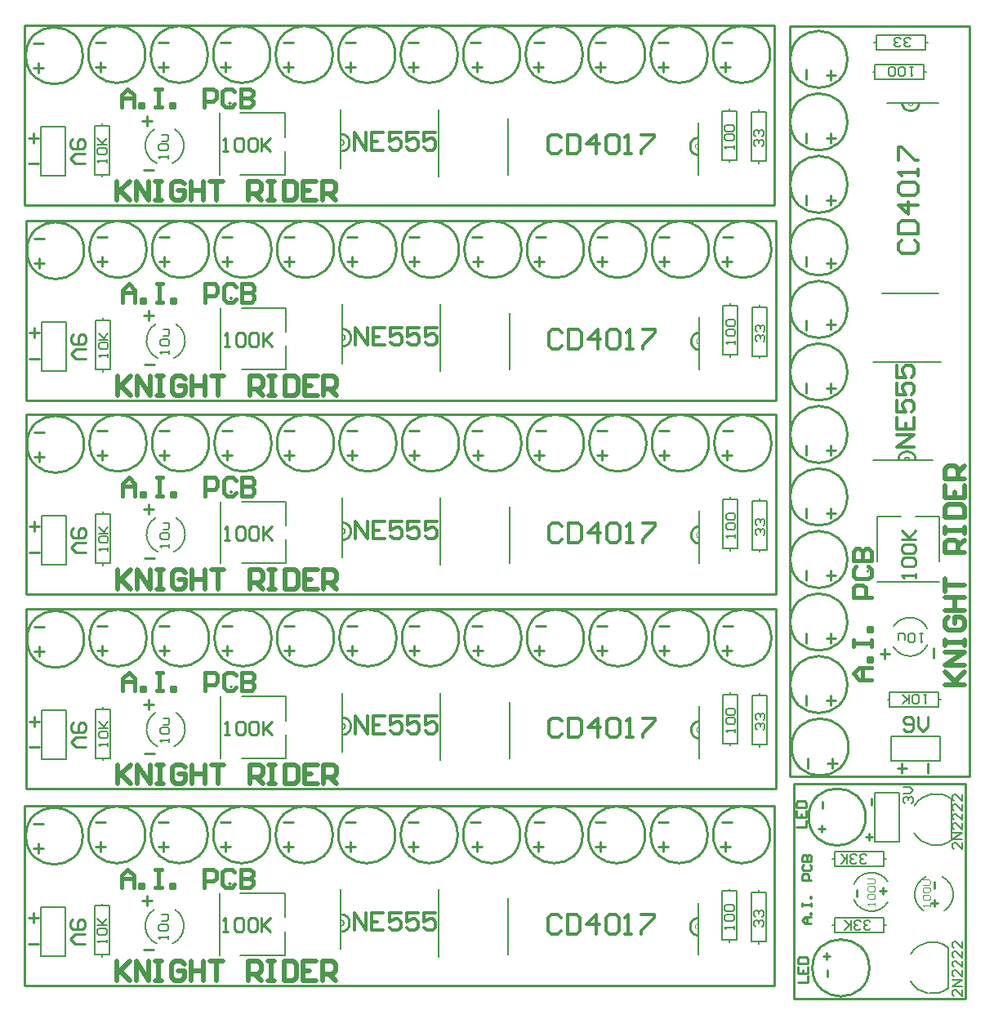
<source format=gto>
G04 Layer_Color=65535*
%FSLAX25Y25*%
%MOIN*%
G70*
G01*
G75*
%ADD29C,0.00787*%
%ADD30C,0.01000*%
%ADD31C,0.00800*%
%ADD32C,0.00600*%
%ADD33C,0.00000*%
%ADD34C,0.00500*%
%ADD35C,0.00394*%
%ADD36C,0.01181*%
%ADD37C,0.01575*%
%ADD38C,0.01968*%
D29*
X376732Y36797D02*
G03*
X375774Y50598I-4232J6640D01*
G01*
X369226D02*
G03*
X368268Y36797I3274J-7161D01*
G01*
X353640Y48669D02*
G03*
X339839Y47711I-6640J-4232D01*
G01*
Y41163D02*
G03*
X353640Y40205I7161J3274D01*
G01*
X345858Y175157D02*
G03*
X345858Y175157I-394J0D01*
G01*
X356018Y144268D02*
G03*
X369818Y145226I6640J4232D01*
G01*
Y151774D02*
G03*
X356018Y152732I-7161J-3274D01*
G01*
X86051Y128035D02*
G03*
X86051Y128035I-394J0D01*
G01*
X54768Y117482D02*
G03*
X55726Y103682I4232J-6640D01*
G01*
X62274D02*
G03*
X63232Y117482I-3274J7161D01*
G01*
X86051Y207535D02*
G03*
X86051Y207535I-394J0D01*
G01*
X54768Y196982D02*
G03*
X55726Y183182I4232J-6640D01*
G01*
X62274D02*
G03*
X63232Y196982I-3274J7161D01*
G01*
X86051Y286535D02*
G03*
X86051Y286535I-394J0D01*
G01*
X54768Y275982D02*
G03*
X55726Y262182I4232J-6640D01*
G01*
X62274D02*
G03*
X63232Y275982I-3274J7161D01*
G01*
X85551Y366035D02*
G03*
X85551Y366035I-394J0D01*
G01*
X54268Y355482D02*
G03*
X55226Y341682I4232J-6640D01*
G01*
X61774D02*
G03*
X62732Y355482I-3274J7161D01*
G01*
X54268Y37211D02*
G03*
X55226Y23410I4232J-6640D01*
G01*
X61774D02*
G03*
X62732Y37211I-3274J7161D01*
G01*
X85551Y47764D02*
G03*
X85551Y47764I-394J0D01*
G01*
X348500Y64937D02*
Y84937D01*
Y64937D02*
X358500D01*
Y84937D01*
X348500D02*
X358500D01*
X331100Y30937D02*
X332000D01*
X352000D02*
X352900D01*
X332000D02*
Y33937D01*
X352000D01*
Y27937D02*
Y33937D01*
X332000Y27937D02*
X352000D01*
X332000D02*
Y30937D01*
X331100Y57937D02*
X332000D01*
X352000D02*
X352900D01*
X332000D02*
Y60937D01*
X352000D01*
Y54937D02*
Y60937D01*
X332000Y54937D02*
X352000D01*
X332000D02*
Y57937D01*
X355000Y108000D02*
X375000D01*
X355000Y98000D02*
Y108000D01*
Y98000D02*
X375000D01*
Y108000D01*
X347600Y379000D02*
X348500D01*
X368500D02*
X369400D01*
X348500D02*
Y382000D01*
X368500D01*
Y376000D02*
Y382000D01*
X348500Y376000D02*
X368500D01*
X348500D02*
Y379000D01*
X348100Y391000D02*
X349000D01*
X369000D02*
X369900D01*
X349000D02*
Y394000D01*
X369000D01*
Y388000D02*
Y394000D01*
X349000Y388000D02*
X369000D01*
X349000D02*
Y391000D01*
X353600Y123000D02*
X354500D01*
X374500D02*
X375400D01*
X354500D02*
Y126000D01*
X374500D01*
Y120000D02*
Y126000D01*
X354500Y120000D02*
X374500D01*
X354500D02*
Y123000D01*
X18500Y98500D02*
Y118500D01*
X8500D02*
X18500D01*
X8500Y98500D02*
Y118500D01*
Y98500D02*
X18500D01*
X289500Y125000D02*
Y125900D01*
Y104100D02*
Y105000D01*
Y125000D02*
X292500D01*
Y105000D02*
Y125000D01*
X286500Y105000D02*
X292500D01*
X286500D02*
Y125000D01*
X289500D01*
X301500Y124500D02*
Y125400D01*
Y103600D02*
Y104500D01*
Y124500D02*
X304500D01*
Y104500D02*
Y124500D01*
X298500Y104500D02*
X304500D01*
X298500D02*
Y124500D01*
X301500D01*
X33500Y119000D02*
Y119900D01*
Y98100D02*
Y99000D01*
Y119000D02*
X36500D01*
Y99000D02*
Y119000D01*
X30500Y99000D02*
X36500D01*
X30500D02*
Y119000D01*
X33500D01*
X18500Y178000D02*
Y198000D01*
X8500D02*
X18500D01*
X8500Y178000D02*
Y198000D01*
Y178000D02*
X18500D01*
X289500Y204500D02*
Y205400D01*
Y183600D02*
Y184500D01*
Y204500D02*
X292500D01*
Y184500D02*
Y204500D01*
X286500Y184500D02*
X292500D01*
X286500D02*
Y204500D01*
X289500D01*
X301500Y204000D02*
Y204900D01*
Y183100D02*
Y184000D01*
Y204000D02*
X304500D01*
Y184000D02*
Y204000D01*
X298500Y184000D02*
X304500D01*
X298500D02*
Y204000D01*
X301500D01*
X33500Y198500D02*
Y199400D01*
Y177600D02*
Y178500D01*
Y198500D02*
X36500D01*
Y178500D02*
Y198500D01*
X30500Y178500D02*
X36500D01*
X30500D02*
Y198500D01*
X33500D01*
X18500Y257000D02*
Y277000D01*
X8500D02*
X18500D01*
X8500Y257000D02*
Y277000D01*
Y257000D02*
X18500D01*
X289500Y283500D02*
Y284400D01*
Y262600D02*
Y263500D01*
Y283500D02*
X292500D01*
Y263500D02*
Y283500D01*
X286500Y263500D02*
X292500D01*
X286500D02*
Y283500D01*
X289500D01*
X301500Y283000D02*
Y283900D01*
Y262100D02*
Y263000D01*
Y283000D02*
X304500D01*
Y263000D02*
Y283000D01*
X298500Y263000D02*
X304500D01*
X298500D02*
Y283000D01*
X301500D01*
X33500Y277500D02*
Y278400D01*
Y256600D02*
Y257500D01*
Y277500D02*
X36500D01*
Y257500D02*
Y277500D01*
X30500Y257500D02*
X36500D01*
X30500D02*
Y277500D01*
X33500D01*
X18000Y336500D02*
Y356500D01*
X8000D02*
X18000D01*
X8000Y336500D02*
Y356500D01*
Y336500D02*
X18000D01*
X289000Y363000D02*
Y363900D01*
Y342100D02*
Y343000D01*
Y363000D02*
X292000D01*
Y343000D02*
Y363000D01*
X286000Y343000D02*
X292000D01*
X286000D02*
Y363000D01*
X289000D01*
X301000Y362500D02*
Y363400D01*
Y341600D02*
Y342500D01*
Y362500D02*
X304000D01*
Y342500D02*
Y362500D01*
X298000Y342500D02*
X304000D01*
X298000D02*
Y362500D01*
X301000D01*
X33000Y357000D02*
Y357900D01*
Y336100D02*
Y337000D01*
Y357000D02*
X36000D01*
Y337000D02*
Y357000D01*
X30000Y337000D02*
X36000D01*
X30000D02*
Y357000D01*
X33000D01*
X18000Y18228D02*
Y38228D01*
X8000D02*
X18000D01*
X8000Y18228D02*
Y38228D01*
Y18228D02*
X18000D01*
X33000Y38728D02*
Y39628D01*
Y17828D02*
Y18728D01*
Y38728D02*
X36000D01*
Y18728D02*
Y38728D01*
X30000Y18728D02*
X36000D01*
X30000D02*
Y38728D01*
X33000D01*
X289000Y44728D02*
Y45628D01*
Y23828D02*
Y24728D01*
Y44728D02*
X292000D01*
Y24728D02*
Y44728D01*
X286000Y24728D02*
X292000D01*
X286000D02*
Y44728D01*
X289000D01*
X301000Y44228D02*
Y45128D01*
Y23328D02*
Y24228D01*
Y44228D02*
X304000D01*
Y24228D02*
Y44228D01*
X298000Y24228D02*
X304000D01*
X298000D02*
Y44228D01*
X301000D01*
X360657Y80500D02*
X360001Y81156D01*
Y82468D01*
X360657Y83124D01*
X361313D01*
X361969Y82468D01*
Y81812D01*
Y82468D01*
X362625Y83124D01*
X363281D01*
X363937Y82468D01*
Y81156D01*
X363281Y80500D01*
X360001Y84436D02*
X362625D01*
X363937Y85748D01*
X362625Y87060D01*
X360001D01*
X346500Y29657D02*
X345844Y29001D01*
X344532D01*
X343876Y29657D01*
Y30313D01*
X344532Y30969D01*
X345188D01*
X344532D01*
X343876Y31625D01*
Y32281D01*
X344532Y32937D01*
X345844D01*
X346500Y32281D01*
X342564Y29657D02*
X341908Y29001D01*
X340596D01*
X339940Y29657D01*
Y30313D01*
X340596Y30969D01*
X341252D01*
X340596D01*
X339940Y31625D01*
Y32281D01*
X340596Y32937D01*
X341908D01*
X342564Y32281D01*
X338629Y29001D02*
Y32937D01*
Y31625D01*
X336005Y29001D01*
X337973Y30969D01*
X336005Y32937D01*
X345000Y56657D02*
X344344Y56001D01*
X343032D01*
X342376Y56657D01*
Y57313D01*
X343032Y57969D01*
X343688D01*
X343032D01*
X342376Y58625D01*
Y59281D01*
X343032Y59937D01*
X344344D01*
X345000Y59281D01*
X341064Y56657D02*
X340408Y56001D01*
X339096D01*
X338440Y56657D01*
Y57313D01*
X339096Y57969D01*
X339752D01*
X339096D01*
X338440Y58625D01*
Y59281D01*
X339096Y59937D01*
X340408D01*
X341064Y59281D01*
X337128Y56001D02*
Y59937D01*
Y58625D01*
X334505Y56001D01*
X336473Y57969D01*
X334505Y59937D01*
X384000Y4561D02*
Y1937D01*
X381376Y4561D01*
X380720D01*
X380064Y3905D01*
Y2593D01*
X380720Y1937D01*
X384000Y5873D02*
X380064D01*
X384000Y8497D01*
X380064D01*
X384000Y12432D02*
Y9809D01*
X381376Y12432D01*
X380720D01*
X380064Y11776D01*
Y10464D01*
X380720Y9809D01*
X384000Y16368D02*
Y13744D01*
X381376Y16368D01*
X380720D01*
X380064Y15712D01*
Y14400D01*
X380720Y13744D01*
X384000Y20304D02*
Y17680D01*
X381376Y20304D01*
X380720D01*
X380064Y19648D01*
Y18336D01*
X380720Y17680D01*
X384000Y24239D02*
Y21616D01*
X381376Y24239D01*
X380720D01*
X380064Y23584D01*
Y22272D01*
X380720Y21616D01*
X384000Y64561D02*
Y61937D01*
X381376Y64561D01*
X380720D01*
X380064Y63905D01*
Y62593D01*
X380720Y61937D01*
X384000Y65873D02*
X380064D01*
X384000Y68497D01*
X380064D01*
X384000Y72432D02*
Y69809D01*
X381376Y72432D01*
X380720D01*
X380064Y71776D01*
Y70464D01*
X380720Y69809D01*
X384000Y76368D02*
Y73744D01*
X381376Y76368D01*
X380720D01*
X380064Y75712D01*
Y74400D01*
X380720Y73744D01*
X384000Y80304D02*
Y77680D01*
X381376Y80304D01*
X380720D01*
X380064Y79648D01*
Y78336D01*
X380720Y77680D01*
X384000Y84240D02*
Y81616D01*
X381376Y84240D01*
X380720D01*
X380064Y83584D01*
Y82272D01*
X380720Y81616D01*
X364000Y381000D02*
X362688D01*
X363344D01*
Y377064D01*
X364000Y377720D01*
X360720D02*
X360064Y377064D01*
X358752D01*
X358096Y377720D01*
Y380344D01*
X358752Y381000D01*
X360064D01*
X360720Y380344D01*
Y377720D01*
X356785D02*
X356129Y377064D01*
X354817D01*
X354161Y377720D01*
Y380344D01*
X354817Y381000D01*
X356129D01*
X356785Y380344D01*
Y377720D01*
X368000Y150000D02*
X366688D01*
X367344D01*
Y146064D01*
X368000Y146720D01*
X364720D02*
X364064Y146064D01*
X362752D01*
X362096Y146720D01*
Y149344D01*
X362752Y150000D01*
X364064D01*
X364720Y149344D01*
Y146720D01*
X360785Y147376D02*
Y149344D01*
X360128Y150000D01*
X358161D01*
Y147376D01*
X363000Y389720D02*
X362344Y389064D01*
X361032D01*
X360376Y389720D01*
Y390376D01*
X361032Y391032D01*
X361688D01*
X361032D01*
X360376Y391688D01*
Y392344D01*
X361032Y393000D01*
X362344D01*
X363000Y392344D01*
X359064Y389720D02*
X358408Y389064D01*
X357096D01*
X356440Y389720D01*
Y390376D01*
X357096Y391032D01*
X357752D01*
X357096D01*
X356440Y391688D01*
Y392344D01*
X357096Y393000D01*
X358408D01*
X359064Y392344D01*
X369500Y125000D02*
X368188D01*
X368844D01*
Y121064D01*
X369500Y121720D01*
X366220D02*
X365564Y121064D01*
X364252D01*
X363596Y121720D01*
Y124344D01*
X364252Y125000D01*
X365564D01*
X366220Y124344D01*
Y121720D01*
X362284Y121064D02*
Y125000D01*
Y123688D01*
X359661Y121064D01*
X361629Y123032D01*
X359661Y125000D01*
X291500Y109500D02*
Y110812D01*
Y110156D01*
X287564D01*
X288220Y109500D01*
Y112780D02*
X287564Y113436D01*
Y114748D01*
X288220Y115404D01*
X290844D01*
X291500Y114748D01*
Y113436D01*
X290844Y112780D01*
X288220D01*
Y116716D02*
X287564Y117371D01*
Y118683D01*
X288220Y119339D01*
X290844D01*
X291500Y118683D01*
Y117371D01*
X290844Y116716D01*
X288220D01*
X60500Y105500D02*
Y106812D01*
Y106156D01*
X56564D01*
X57220Y105500D01*
Y108780D02*
X56564Y109436D01*
Y110748D01*
X57220Y111404D01*
X59844D01*
X60500Y110748D01*
Y109436D01*
X59844Y108780D01*
X57220D01*
X57876Y112715D02*
X59844D01*
X60500Y113372D01*
Y115339D01*
X57876D01*
X300220Y110500D02*
X299564Y111156D01*
Y112468D01*
X300220Y113124D01*
X300876D01*
X301532Y112468D01*
Y111812D01*
Y112468D01*
X302188Y113124D01*
X302844D01*
X303500Y112468D01*
Y111156D01*
X302844Y110500D01*
X300220Y114436D02*
X299564Y115092D01*
Y116404D01*
X300220Y117060D01*
X300876D01*
X301532Y116404D01*
Y115748D01*
Y116404D01*
X302188Y117060D01*
X302844D01*
X303500Y116404D01*
Y115092D01*
X302844Y114436D01*
X35500Y104000D02*
Y105312D01*
Y104656D01*
X31564D01*
X32220Y104000D01*
Y107280D02*
X31564Y107936D01*
Y109248D01*
X32220Y109904D01*
X34844D01*
X35500Y109248D01*
Y107936D01*
X34844Y107280D01*
X32220D01*
X31564Y111215D02*
X35500D01*
X34188D01*
X31564Y113839D01*
X33532Y111872D01*
X35500Y113839D01*
X291500Y189000D02*
Y190312D01*
Y189656D01*
X287564D01*
X288220Y189000D01*
Y192280D02*
X287564Y192936D01*
Y194248D01*
X288220Y194904D01*
X290844D01*
X291500Y194248D01*
Y192936D01*
X290844Y192280D01*
X288220D01*
Y196215D02*
X287564Y196871D01*
Y198183D01*
X288220Y198839D01*
X290844D01*
X291500Y198183D01*
Y196871D01*
X290844Y196215D01*
X288220D01*
X60500Y185000D02*
Y186312D01*
Y185656D01*
X56564D01*
X57220Y185000D01*
Y188280D02*
X56564Y188936D01*
Y190248D01*
X57220Y190904D01*
X59844D01*
X60500Y190248D01*
Y188936D01*
X59844Y188280D01*
X57220D01*
X57876Y192216D02*
X59844D01*
X60500Y192871D01*
Y194839D01*
X57876D01*
X300220Y190000D02*
X299564Y190656D01*
Y191968D01*
X300220Y192624D01*
X300876D01*
X301532Y191968D01*
Y191312D01*
Y191968D01*
X302188Y192624D01*
X302844D01*
X303500Y191968D01*
Y190656D01*
X302844Y190000D01*
X300220Y193936D02*
X299564Y194592D01*
Y195904D01*
X300220Y196560D01*
X300876D01*
X301532Y195904D01*
Y195248D01*
Y195904D01*
X302188Y196560D01*
X302844D01*
X303500Y195904D01*
Y194592D01*
X302844Y193936D01*
X35500Y183500D02*
Y184812D01*
Y184156D01*
X31564D01*
X32220Y183500D01*
Y186780D02*
X31564Y187436D01*
Y188748D01*
X32220Y189404D01*
X34844D01*
X35500Y188748D01*
Y187436D01*
X34844Y186780D01*
X32220D01*
X31564Y190716D02*
X35500D01*
X34188D01*
X31564Y193339D01*
X33532Y191372D01*
X35500Y193339D01*
X291500Y268000D02*
Y269312D01*
Y268656D01*
X287564D01*
X288220Y268000D01*
Y271280D02*
X287564Y271936D01*
Y273248D01*
X288220Y273904D01*
X290844D01*
X291500Y273248D01*
Y271936D01*
X290844Y271280D01*
X288220D01*
Y275216D02*
X287564Y275871D01*
Y277183D01*
X288220Y277839D01*
X290844D01*
X291500Y277183D01*
Y275871D01*
X290844Y275216D01*
X288220D01*
X60500Y264000D02*
Y265312D01*
Y264656D01*
X56564D01*
X57220Y264000D01*
Y267280D02*
X56564Y267936D01*
Y269248D01*
X57220Y269904D01*
X59844D01*
X60500Y269248D01*
Y267936D01*
X59844Y267280D01*
X57220D01*
X57876Y271216D02*
X59844D01*
X60500Y271871D01*
Y273839D01*
X57876D01*
X300220Y269000D02*
X299564Y269656D01*
Y270968D01*
X300220Y271624D01*
X300876D01*
X301532Y270968D01*
Y270312D01*
Y270968D01*
X302188Y271624D01*
X302844D01*
X303500Y270968D01*
Y269656D01*
X302844Y269000D01*
X300220Y272936D02*
X299564Y273592D01*
Y274904D01*
X300220Y275560D01*
X300876D01*
X301532Y274904D01*
Y274248D01*
Y274904D01*
X302188Y275560D01*
X302844D01*
X303500Y274904D01*
Y273592D01*
X302844Y272936D01*
X35500Y262500D02*
Y263812D01*
Y263156D01*
X31564D01*
X32220Y262500D01*
Y265780D02*
X31564Y266436D01*
Y267748D01*
X32220Y268404D01*
X34844D01*
X35500Y267748D01*
Y266436D01*
X34844Y265780D01*
X32220D01*
X31564Y269715D02*
X35500D01*
X34188D01*
X31564Y272339D01*
X33532Y270372D01*
X35500Y272339D01*
X291000Y347500D02*
Y348812D01*
Y348156D01*
X287064D01*
X287720Y347500D01*
Y350780D02*
X287064Y351436D01*
Y352748D01*
X287720Y353404D01*
X290344D01*
X291000Y352748D01*
Y351436D01*
X290344Y350780D01*
X287720D01*
Y354715D02*
X287064Y355371D01*
Y356683D01*
X287720Y357339D01*
X290344D01*
X291000Y356683D01*
Y355371D01*
X290344Y354715D01*
X287720D01*
X60000Y343500D02*
Y344812D01*
Y344156D01*
X56064D01*
X56720Y343500D01*
Y346780D02*
X56064Y347436D01*
Y348748D01*
X56720Y349404D01*
X59344D01*
X60000Y348748D01*
Y347436D01*
X59344Y346780D01*
X56720D01*
X57376Y350715D02*
X59344D01*
X60000Y351372D01*
Y353339D01*
X57376D01*
X299720Y348500D02*
X299064Y349156D01*
Y350468D01*
X299720Y351124D01*
X300376D01*
X301032Y350468D01*
Y349812D01*
Y350468D01*
X301688Y351124D01*
X302344D01*
X303000Y350468D01*
Y349156D01*
X302344Y348500D01*
X299720Y352436D02*
X299064Y353092D01*
Y354404D01*
X299720Y355060D01*
X300376D01*
X301032Y354404D01*
Y353748D01*
Y354404D01*
X301688Y355060D01*
X302344D01*
X303000Y354404D01*
Y353092D01*
X302344Y352436D01*
X35000Y342000D02*
Y343312D01*
Y342656D01*
X31064D01*
X31720Y342000D01*
Y345280D02*
X31064Y345936D01*
Y347248D01*
X31720Y347904D01*
X34344D01*
X35000Y347248D01*
Y345936D01*
X34344Y345280D01*
X31720D01*
X31064Y349216D02*
X35000D01*
X33688D01*
X31064Y351839D01*
X33032Y349871D01*
X35000Y351839D01*
Y23728D02*
Y25040D01*
Y24384D01*
X31064D01*
X31720Y23728D01*
Y27008D02*
X31064Y27664D01*
Y28976D01*
X31720Y29632D01*
X34344D01*
X35000Y28976D01*
Y27664D01*
X34344Y27008D01*
X31720D01*
X31064Y30944D02*
X35000D01*
X33688D01*
X31064Y33568D01*
X33032Y31600D01*
X35000Y33568D01*
X299720Y30228D02*
X299064Y30884D01*
Y32196D01*
X299720Y32852D01*
X300376D01*
X301032Y32196D01*
Y31540D01*
Y32196D01*
X301688Y32852D01*
X302344D01*
X303000Y32196D01*
Y30884D01*
X302344Y30228D01*
X299720Y34164D02*
X299064Y34820D01*
Y36132D01*
X299720Y36788D01*
X300376D01*
X301032Y36132D01*
Y35476D01*
Y36132D01*
X301688Y36788D01*
X302344D01*
X303000Y36132D01*
Y34820D01*
X302344Y34164D01*
X60000Y25228D02*
Y26540D01*
Y25884D01*
X56064D01*
X56720Y25228D01*
Y28508D02*
X56064Y29164D01*
Y30476D01*
X56720Y31132D01*
X59344D01*
X60000Y30476D01*
Y29164D01*
X59344Y28508D01*
X56720D01*
X57376Y32444D02*
X59344D01*
X60000Y33100D01*
Y35068D01*
X57376D01*
X291000Y29228D02*
Y30540D01*
Y29884D01*
X287064D01*
X287720Y29228D01*
Y32508D02*
X287064Y33164D01*
Y34476D01*
X287720Y35132D01*
X290344D01*
X291000Y34476D01*
Y33164D01*
X290344Y32508D01*
X287720D01*
Y36444D02*
X287064Y37100D01*
Y38412D01*
X287720Y39068D01*
X290344D01*
X291000Y38412D01*
Y37100D01*
X290344Y36444D01*
X287720D01*
D30*
X346114Y13437D02*
G03*
X346114Y13437I-11614J0D01*
G01*
X344614Y74937D02*
G03*
X344614Y74937I-11614J0D01*
G01*
X337114Y384000D02*
G03*
X337114Y384000I-11614J0D01*
G01*
Y358500D02*
G03*
X337114Y358500I-11614J0D01*
G01*
Y333000D02*
G03*
X337114Y333000I-11614J0D01*
G01*
Y307500D02*
G03*
X337114Y307500I-11614J0D01*
G01*
Y282000D02*
G03*
X337114Y282000I-11614J0D01*
G01*
Y256500D02*
G03*
X337114Y256500I-11614J0D01*
G01*
Y231000D02*
G03*
X337114Y231000I-11614J0D01*
G01*
Y205500D02*
G03*
X337114Y205500I-11614J0D01*
G01*
Y180000D02*
G03*
X337114Y180000I-11614J0D01*
G01*
Y154500D02*
G03*
X337114Y154500I-11614J0D01*
G01*
Y129000D02*
G03*
X337114Y129000I-11614J0D01*
G01*
X337614Y103500D02*
G03*
X337614Y103500I-11614J0D01*
G01*
X365000Y221000D02*
G03*
X361500Y224000I-3250J-250D01*
G01*
D02*
G03*
X358000Y221000I-250J-3250D01*
G01*
X363000Y363000D02*
G03*
X366500Y366000I250J3250D01*
G01*
X359500D02*
G03*
X363000Y363000I3250J250D01*
G01*
X306114Y148000D02*
G03*
X306114Y148000I-11614J0D01*
G01*
X280614D02*
G03*
X280614Y148000I-11614J0D01*
G01*
X255114D02*
G03*
X255114Y148000I-11614J0D01*
G01*
X229614D02*
G03*
X229614Y148000I-11614J0D01*
G01*
X204114D02*
G03*
X204114Y148000I-11614J0D01*
G01*
X178614D02*
G03*
X178614Y148000I-11614J0D01*
G01*
X153114D02*
G03*
X153114Y148000I-11614J0D01*
G01*
X127614D02*
G03*
X127614Y148000I-11614J0D01*
G01*
X102114D02*
G03*
X102114Y148000I-11614J0D01*
G01*
X76614D02*
G03*
X76614Y148000I-11614J0D01*
G01*
X51114D02*
G03*
X51114Y148000I-11614J0D01*
G01*
X25614Y147500D02*
G03*
X25614Y147500I-11614J0D01*
G01*
X131500Y108500D02*
G03*
X134500Y112000I-250J3250D01*
G01*
D02*
G03*
X131500Y115500I-3250J250D01*
G01*
X273500Y110500D02*
G03*
X276500Y107000I3250J-250D01*
G01*
Y114000D02*
G03*
X273500Y110500I250J-3250D01*
G01*
X306114Y227500D02*
G03*
X306114Y227500I-11614J0D01*
G01*
X280614D02*
G03*
X280614Y227500I-11614J0D01*
G01*
X255114D02*
G03*
X255114Y227500I-11614J0D01*
G01*
X229614D02*
G03*
X229614Y227500I-11614J0D01*
G01*
X204114D02*
G03*
X204114Y227500I-11614J0D01*
G01*
X178614D02*
G03*
X178614Y227500I-11614J0D01*
G01*
X153114D02*
G03*
X153114Y227500I-11614J0D01*
G01*
X127614D02*
G03*
X127614Y227500I-11614J0D01*
G01*
X102114D02*
G03*
X102114Y227500I-11614J0D01*
G01*
X76614D02*
G03*
X76614Y227500I-11614J0D01*
G01*
X51114D02*
G03*
X51114Y227500I-11614J0D01*
G01*
X25614Y227000D02*
G03*
X25614Y227000I-11614J0D01*
G01*
X131500Y188000D02*
G03*
X134500Y191500I-250J3250D01*
G01*
D02*
G03*
X131500Y195000I-3250J250D01*
G01*
X273500Y190000D02*
G03*
X276500Y186500I3250J-250D01*
G01*
Y193500D02*
G03*
X273500Y190000I250J-3250D01*
G01*
X306114Y306500D02*
G03*
X306114Y306500I-11614J0D01*
G01*
X280614D02*
G03*
X280614Y306500I-11614J0D01*
G01*
X255114D02*
G03*
X255114Y306500I-11614J0D01*
G01*
X229614D02*
G03*
X229614Y306500I-11614J0D01*
G01*
X204114D02*
G03*
X204114Y306500I-11614J0D01*
G01*
X178614D02*
G03*
X178614Y306500I-11614J0D01*
G01*
X153114D02*
G03*
X153114Y306500I-11614J0D01*
G01*
X127614D02*
G03*
X127614Y306500I-11614J0D01*
G01*
X102114D02*
G03*
X102114Y306500I-11614J0D01*
G01*
X76614D02*
G03*
X76614Y306500I-11614J0D01*
G01*
X51114D02*
G03*
X51114Y306500I-11614J0D01*
G01*
X25614Y306000D02*
G03*
X25614Y306000I-11614J0D01*
G01*
X131500Y267000D02*
G03*
X134500Y270500I-250J3250D01*
G01*
D02*
G03*
X131500Y274000I-3250J250D01*
G01*
X273500Y269000D02*
G03*
X276500Y265500I3250J-250D01*
G01*
Y272500D02*
G03*
X273500Y269000I250J-3250D01*
G01*
X305614Y386000D02*
G03*
X305614Y386000I-11614J0D01*
G01*
X280114D02*
G03*
X280114Y386000I-11614J0D01*
G01*
X254614D02*
G03*
X254614Y386000I-11614J0D01*
G01*
X229114D02*
G03*
X229114Y386000I-11614J0D01*
G01*
X203614D02*
G03*
X203614Y386000I-11614J0D01*
G01*
X178114D02*
G03*
X178114Y386000I-11614J0D01*
G01*
X152614D02*
G03*
X152614Y386000I-11614J0D01*
G01*
X127114D02*
G03*
X127114Y386000I-11614J0D01*
G01*
X101614D02*
G03*
X101614Y386000I-11614J0D01*
G01*
X76114D02*
G03*
X76114Y386000I-11614J0D01*
G01*
X50614D02*
G03*
X50614Y386000I-11614J0D01*
G01*
X25114Y385500D02*
G03*
X25114Y385500I-11614J0D01*
G01*
X131000Y346500D02*
G03*
X134000Y350000I-250J3250D01*
G01*
D02*
G03*
X131000Y353500I-3250J250D01*
G01*
X273000Y348500D02*
G03*
X276000Y345000I3250J-250D01*
G01*
Y352000D02*
G03*
X273000Y348500I250J-3250D01*
G01*
X276000Y33728D02*
G03*
X273000Y30228I250J-3250D01*
G01*
D02*
G03*
X276000Y26728I3250J-250D01*
G01*
X134000Y31728D02*
G03*
X131000Y35228I-3250J250D01*
G01*
Y28228D02*
G03*
X134000Y31728I-250J3250D01*
G01*
X305614Y67728D02*
G03*
X305614Y67728I-11614J0D01*
G01*
X280114D02*
G03*
X280114Y67728I-11614J0D01*
G01*
X254614D02*
G03*
X254614Y67728I-11614J0D01*
G01*
X229114D02*
G03*
X229114Y67728I-11614J0D01*
G01*
X203614D02*
G03*
X203614Y67728I-11614J0D01*
G01*
X178114D02*
G03*
X178114Y67728I-11614J0D01*
G01*
X152614D02*
G03*
X152614Y67728I-11614J0D01*
G01*
X127114D02*
G03*
X127114Y67728I-11614J0D01*
G01*
X101614D02*
G03*
X101614Y67728I-11614J0D01*
G01*
X76114D02*
G03*
X76114Y67728I-11614J0D01*
G01*
X50614D02*
G03*
X50614Y67728I-11614J0D01*
G01*
X25114Y67228D02*
G03*
X25114Y67228I-11614J0D01*
G01*
X315437Y1000D02*
X385500D01*
X315437D02*
Y88500D01*
X385500D01*
Y1000D02*
Y88500D01*
X387000Y91500D02*
Y92500D01*
Y397500D01*
X313728D02*
X387000D01*
X313728Y91500D02*
Y397500D01*
Y91500D02*
X387000D01*
X2000Y86500D02*
X3000D01*
X308000D01*
Y159772D01*
X2000D02*
X308000D01*
X2000Y86500D02*
Y159772D01*
Y166000D02*
X3000D01*
X308000D01*
Y239272D01*
X2000D02*
X308000D01*
X2000Y166000D02*
Y239272D01*
Y245000D02*
X3000D01*
X308000D01*
Y318272D01*
X2000D02*
X308000D01*
X2000Y245000D02*
Y318272D01*
X1500Y324500D02*
X2500D01*
X307500D01*
Y397772D01*
X1500D02*
X307500D01*
X1500Y324500D02*
Y397772D01*
Y6228D02*
Y79500D01*
X307500D01*
Y6228D02*
Y79500D01*
X2500Y6228D02*
X307500D01*
X1500D02*
X2500D01*
X328532Y16937D02*
Y19561D01*
X327220Y18249D02*
X329844D01*
X322500Y31437D02*
X319876D01*
X318564Y32749D01*
X319876Y34061D01*
X322500D01*
X320532D01*
Y31437D01*
X322500Y35373D02*
X321844D01*
Y36029D01*
X322500D01*
Y35373D01*
X318564Y38653D02*
Y39964D01*
Y39309D01*
X322500D01*
Y38653D01*
Y39964D01*
Y41932D02*
X321844D01*
Y42588D01*
X322500D01*
Y41932D01*
Y49148D02*
X318564D01*
Y51116D01*
X319220Y51772D01*
X320532D01*
X321188Y51116D01*
Y49148D01*
X319220Y55707D02*
X318564Y55051D01*
Y53740D01*
X319220Y53084D01*
X321844D01*
X322500Y53740D01*
Y55051D01*
X321844Y55707D01*
X318564Y57019D02*
X322500D01*
Y58987D01*
X321844Y59643D01*
X321188D01*
X320532Y58987D01*
Y57019D01*
Y58987D01*
X319876Y59643D01*
X319220D01*
X318564Y58987D01*
Y57019D01*
X329032Y9937D02*
Y12561D01*
X326532Y68937D02*
Y71561D01*
X325220Y70249D02*
X327844D01*
X327032Y78437D02*
Y81061D01*
X351532Y43437D02*
Y46061D01*
X350220Y44749D02*
X352844D01*
X372532Y38437D02*
Y41061D01*
X371220Y39749D02*
X373844D01*
X346032Y65437D02*
Y68061D01*
X344720Y66749D02*
X347344D01*
X372532Y45937D02*
Y48561D01*
X341032Y42437D02*
Y45061D01*
X347032Y79937D02*
Y82561D01*
X317064Y7437D02*
X321000D01*
Y10061D01*
X317064Y13997D02*
Y11373D01*
X321000D01*
Y13997D01*
X319032Y11373D02*
Y12685D01*
X317064Y15308D02*
X321000D01*
Y17276D01*
X320344Y17932D01*
X317720D01*
X317064Y17276D01*
Y15308D01*
X316501Y71000D02*
X320437D01*
Y73624D01*
X316501Y77560D02*
Y74936D01*
X320437D01*
Y77560D01*
X318469Y74936D02*
Y76248D01*
X316501Y78872D02*
X320437D01*
Y80839D01*
X319781Y81495D01*
X317157D01*
X316501Y80839D01*
Y78872D01*
X372501Y140000D02*
Y143999D01*
X320501Y376000D02*
Y379999D01*
Y350000D02*
Y353999D01*
Y324500D02*
Y328499D01*
Y299500D02*
Y303499D01*
Y273500D02*
Y277499D01*
Y248000D02*
Y251999D01*
Y222500D02*
Y226499D01*
Y197000D02*
Y200999D01*
Y171500D02*
Y175499D01*
Y146000D02*
Y149999D01*
Y120500D02*
Y124499D01*
X321001Y95000D02*
Y98999D01*
X352501Y139500D02*
Y143499D01*
X350502Y141499D02*
X354500D01*
X330501Y375500D02*
Y379499D01*
X328502Y377499D02*
X332500D01*
X330501Y350000D02*
Y353999D01*
X328502Y351999D02*
X332500D01*
X330501Y324500D02*
Y328499D01*
X328502Y326499D02*
X332500D01*
X330501Y299000D02*
Y302999D01*
X328502Y300999D02*
X332500D01*
X330501Y274000D02*
Y277999D01*
X328502Y275999D02*
X332500D01*
X330501Y248000D02*
Y251999D01*
X328502Y249999D02*
X332500D01*
X330501Y222500D02*
Y226499D01*
X328502Y224499D02*
X332500D01*
X330501Y197000D02*
Y200999D01*
X328502Y198999D02*
X332500D01*
X330501Y171500D02*
Y175499D01*
X328502Y173499D02*
X332500D01*
X330501Y146000D02*
Y149999D01*
X328502Y147999D02*
X332500D01*
X330501Y120500D02*
Y124499D01*
X328502Y122499D02*
X332500D01*
X331001Y95000D02*
Y98999D01*
X329002Y96999D02*
X333000D01*
X365000Y172500D02*
Y174337D01*
Y173418D01*
X359490D01*
X360408Y172500D01*
Y177092D02*
X359490Y178010D01*
Y179847D01*
X360408Y180765D01*
X364082D01*
X365000Y179847D01*
Y178010D01*
X364082Y177092D01*
X360408D01*
Y182602D02*
X359490Y183520D01*
Y185357D01*
X360408Y186275D01*
X364082D01*
X365000Y185357D01*
Y183520D01*
X364082Y182602D01*
X360408D01*
X359490Y188112D02*
X365000D01*
X363163D01*
X359490Y191785D01*
X362245Y189030D01*
X365000Y191785D01*
X370001Y93000D02*
Y96999D01*
X360000Y111000D02*
X361000Y110000D01*
X362999D01*
X363999Y111000D01*
Y114998D01*
X362999Y115998D01*
X361000D01*
X360000Y114998D01*
Y113999D01*
X361000Y112999D01*
X363999D01*
X365998Y115998D02*
Y111999D01*
X367997Y110000D01*
X369997Y111999D01*
Y115998D01*
X359501Y93000D02*
Y96999D01*
X357502Y94999D02*
X361500D01*
X50500Y100999D02*
X54499D01*
X286500Y152999D02*
X290499D01*
X260500D02*
X264499D01*
X235000D02*
X238999D01*
X210000D02*
X213999D01*
X184000D02*
X187999D01*
X158500D02*
X162499D01*
X133000D02*
X136999D01*
X107500D02*
X111499D01*
X82000D02*
X85999D01*
X56500D02*
X60499D01*
X31000D02*
X34999D01*
X5500Y152499D02*
X9499D01*
X50000Y120999D02*
X53999D01*
X51999Y122998D02*
Y119000D01*
X286000Y142999D02*
X289999D01*
X287999Y144998D02*
Y141000D01*
X260500Y142999D02*
X264499D01*
X262499Y144998D02*
Y141000D01*
X235000Y142999D02*
X238999D01*
X236999Y144998D02*
Y141000D01*
X209500Y142999D02*
X213499D01*
X211499Y144998D02*
Y141000D01*
X184500Y142999D02*
X188499D01*
X186499Y144998D02*
Y141000D01*
X158500Y142999D02*
X162499D01*
X160499Y144998D02*
Y141000D01*
X133000Y142999D02*
X136999D01*
X134999Y144998D02*
Y141000D01*
X107500Y142999D02*
X111499D01*
X109499Y144998D02*
Y141000D01*
X82000Y142999D02*
X85999D01*
X83999Y144998D02*
Y141000D01*
X56500Y142999D02*
X60499D01*
X58499Y144998D02*
Y141000D01*
X31000Y142999D02*
X34999D01*
X32999Y144998D02*
Y141000D01*
X5500Y142499D02*
X9499D01*
X7499Y144498D02*
Y140500D01*
X83000Y108500D02*
X84837D01*
X83918D01*
Y114010D01*
X83000Y113092D01*
X87592D02*
X88510Y114010D01*
X90347D01*
X91265Y113092D01*
Y109418D01*
X90347Y108500D01*
X88510D01*
X87592Y109418D01*
Y113092D01*
X93102D02*
X94020Y114010D01*
X95857D01*
X96775Y113092D01*
Y109418D01*
X95857Y108500D01*
X94020D01*
X93102Y109418D01*
Y113092D01*
X98612Y114010D02*
Y108500D01*
Y110337D01*
X102285Y114010D01*
X99530Y111255D01*
X102285Y108500D01*
X3500Y103499D02*
X7499D01*
X21500Y113500D02*
X20500Y112500D01*
Y110501D01*
X21500Y109501D01*
X25498D01*
X26498Y110501D01*
Y112500D01*
X25498Y113500D01*
X24499D01*
X23499Y112500D01*
Y109501D01*
X26498Y107502D02*
X22499D01*
X20500Y105503D01*
X22499Y103503D01*
X26498D01*
X3500Y113999D02*
X7499D01*
X5499Y115998D02*
Y112000D01*
X50500Y180499D02*
X54499D01*
X286500Y232499D02*
X290499D01*
X260500D02*
X264499D01*
X235000D02*
X238999D01*
X210000D02*
X213999D01*
X184000D02*
X187999D01*
X158500D02*
X162499D01*
X133000D02*
X136999D01*
X107500D02*
X111499D01*
X82000D02*
X85999D01*
X56500D02*
X60499D01*
X31000D02*
X34999D01*
X5500Y231999D02*
X9499D01*
X50000Y200499D02*
X53999D01*
X51999Y202498D02*
Y198500D01*
X286000Y222499D02*
X289999D01*
X287999Y224498D02*
Y220500D01*
X260500Y222499D02*
X264499D01*
X262499Y224498D02*
Y220500D01*
X235000Y222499D02*
X238999D01*
X236999Y224498D02*
Y220500D01*
X209500Y222499D02*
X213499D01*
X211499Y224498D02*
Y220500D01*
X184500Y222499D02*
X188499D01*
X186499Y224498D02*
Y220500D01*
X158500Y222499D02*
X162499D01*
X160499Y224498D02*
Y220500D01*
X133000Y222499D02*
X136999D01*
X134999Y224498D02*
Y220500D01*
X107500Y222499D02*
X111499D01*
X109499Y224498D02*
Y220500D01*
X82000Y222499D02*
X85999D01*
X83999Y224498D02*
Y220500D01*
X56500Y222499D02*
X60499D01*
X58499Y224498D02*
Y220500D01*
X31000Y222499D02*
X34999D01*
X32999Y224498D02*
Y220500D01*
X5500Y221999D02*
X9499D01*
X7499Y223998D02*
Y220000D01*
X83000Y188000D02*
X84837D01*
X83918D01*
Y193510D01*
X83000Y192592D01*
X87592D02*
X88510Y193510D01*
X90347D01*
X91265Y192592D01*
Y188918D01*
X90347Y188000D01*
X88510D01*
X87592Y188918D01*
Y192592D01*
X93102D02*
X94020Y193510D01*
X95857D01*
X96775Y192592D01*
Y188918D01*
X95857Y188000D01*
X94020D01*
X93102Y188918D01*
Y192592D01*
X98612Y193510D02*
Y188000D01*
Y189837D01*
X102285Y193510D01*
X99530Y190755D01*
X102285Y188000D01*
X3500Y182999D02*
X7499D01*
X21500Y193000D02*
X20500Y192000D01*
Y190001D01*
X21500Y189001D01*
X25498D01*
X26498Y190001D01*
Y192000D01*
X25498Y193000D01*
X24499D01*
X23499Y192000D01*
Y189001D01*
X26498Y187002D02*
X22499D01*
X20500Y185003D01*
X22499Y183003D01*
X26498D01*
X3500Y193499D02*
X7499D01*
X5499Y195498D02*
Y191500D01*
X50500Y259499D02*
X54499D01*
X286500Y311499D02*
X290499D01*
X260500D02*
X264499D01*
X235000D02*
X238999D01*
X210000D02*
X213999D01*
X184000D02*
X187999D01*
X158500D02*
X162499D01*
X133000D02*
X136999D01*
X107500D02*
X111499D01*
X82000D02*
X85999D01*
X56500D02*
X60499D01*
X31000D02*
X34999D01*
X5500Y310999D02*
X9499D01*
X50000Y279499D02*
X53999D01*
X51999Y281498D02*
Y277500D01*
X286000Y301499D02*
X289999D01*
X287999Y303498D02*
Y299500D01*
X260500Y301499D02*
X264499D01*
X262499Y303498D02*
Y299500D01*
X235000Y301499D02*
X238999D01*
X236999Y303498D02*
Y299500D01*
X209500Y301499D02*
X213499D01*
X211499Y303498D02*
Y299500D01*
X184500Y301499D02*
X188499D01*
X186499Y303498D02*
Y299500D01*
X158500Y301499D02*
X162499D01*
X160499Y303498D02*
Y299500D01*
X133000Y301499D02*
X136999D01*
X134999Y303498D02*
Y299500D01*
X107500Y301499D02*
X111499D01*
X109499Y303498D02*
Y299500D01*
X82000Y301499D02*
X85999D01*
X83999Y303498D02*
Y299500D01*
X56500Y301499D02*
X60499D01*
X58499Y303498D02*
Y299500D01*
X31000Y301499D02*
X34999D01*
X32999Y303498D02*
Y299500D01*
X5500Y300999D02*
X9499D01*
X7499Y302998D02*
Y299000D01*
X83000Y267000D02*
X84837D01*
X83918D01*
Y272510D01*
X83000Y271592D01*
X87592D02*
X88510Y272510D01*
X90347D01*
X91265Y271592D01*
Y267918D01*
X90347Y267000D01*
X88510D01*
X87592Y267918D01*
Y271592D01*
X93102D02*
X94020Y272510D01*
X95857D01*
X96775Y271592D01*
Y267918D01*
X95857Y267000D01*
X94020D01*
X93102Y267918D01*
Y271592D01*
X98612Y272510D02*
Y267000D01*
Y268837D01*
X102285Y272510D01*
X99530Y269755D01*
X102285Y267000D01*
X3500Y261999D02*
X7499D01*
X21500Y272000D02*
X20500Y271000D01*
Y269001D01*
X21500Y268001D01*
X25498D01*
X26498Y269001D01*
Y271000D01*
X25498Y272000D01*
X24499D01*
X23499Y271000D01*
Y268001D01*
X26498Y266002D02*
X22499D01*
X20500Y264003D01*
X22499Y262003D01*
X26498D01*
X3500Y272499D02*
X7499D01*
X5499Y274498D02*
Y270500D01*
X50000Y338999D02*
X53999D01*
X286000Y390999D02*
X289999D01*
X260000D02*
X263999D01*
X234500D02*
X238499D01*
X209500D02*
X213499D01*
X183500D02*
X187499D01*
X158000D02*
X161999D01*
X132500D02*
X136499D01*
X107000D02*
X110999D01*
X81500D02*
X85499D01*
X56000D02*
X59999D01*
X30500D02*
X34499D01*
X5000Y390499D02*
X8999D01*
X49500Y358999D02*
X53499D01*
X51499Y360998D02*
Y357000D01*
X285500Y380999D02*
X289499D01*
X287499Y382998D02*
Y379000D01*
X260000Y380999D02*
X263999D01*
X261999Y382998D02*
Y379000D01*
X234500Y380999D02*
X238499D01*
X236499Y382998D02*
Y379000D01*
X209000Y380999D02*
X212999D01*
X210999Y382998D02*
Y379000D01*
X184000Y380999D02*
X187999D01*
X185999Y382998D02*
Y379000D01*
X158000Y380999D02*
X161999D01*
X159999Y382998D02*
Y379000D01*
X132500Y380999D02*
X136499D01*
X134499Y382998D02*
Y379000D01*
X107000Y380999D02*
X110999D01*
X108999Y382998D02*
Y379000D01*
X81500Y380999D02*
X85499D01*
X83499Y382998D02*
Y379000D01*
X56000Y380999D02*
X59999D01*
X57999Y382998D02*
Y379000D01*
X30500Y380999D02*
X34499D01*
X32499Y382998D02*
Y379000D01*
X5000Y380499D02*
X8999D01*
X6999Y382498D02*
Y378500D01*
X82500Y346500D02*
X84337D01*
X83418D01*
Y352010D01*
X82500Y351092D01*
X87092D02*
X88010Y352010D01*
X89847D01*
X90765Y351092D01*
Y347418D01*
X89847Y346500D01*
X88010D01*
X87092Y347418D01*
Y351092D01*
X92602D02*
X93520Y352010D01*
X95357D01*
X96275Y351092D01*
Y347418D01*
X95357Y346500D01*
X93520D01*
X92602Y347418D01*
Y351092D01*
X98112Y352010D02*
Y346500D01*
Y348337D01*
X101785Y352010D01*
X99030Y349255D01*
X101785Y346500D01*
X3000Y341499D02*
X6999D01*
X21000Y351500D02*
X20000Y350500D01*
Y348501D01*
X21000Y347501D01*
X24998D01*
X25998Y348501D01*
Y350500D01*
X24998Y351500D01*
X23999D01*
X22999Y350500D01*
Y347501D01*
X25998Y345502D02*
X21999D01*
X20000Y343503D01*
X21999Y341503D01*
X25998D01*
X3000Y351999D02*
X6999D01*
X4999Y353998D02*
Y350000D01*
X3000Y33727D02*
X6999D01*
X4999Y35727D02*
Y31728D01*
X21000Y33228D02*
X20000Y32229D01*
Y30229D01*
X21000Y29230D01*
X24998D01*
X25998Y30229D01*
Y32229D01*
X24998Y33228D01*
X23999D01*
X22999Y32229D01*
Y29230D01*
X25998Y27230D02*
X21999D01*
X20000Y25231D01*
X21999Y23232D01*
X25998D01*
X3000Y23227D02*
X6999D01*
X82500Y28228D02*
X84337D01*
X83418D01*
Y33738D01*
X82500Y32820D01*
X87092D02*
X88010Y33738D01*
X89847D01*
X90765Y32820D01*
Y29147D01*
X89847Y28228D01*
X88010D01*
X87092Y29147D01*
Y32820D01*
X92602D02*
X93520Y33738D01*
X95357D01*
X96275Y32820D01*
Y29147D01*
X95357Y28228D01*
X93520D01*
X92602Y29147D01*
Y32820D01*
X98112Y33738D02*
Y28228D01*
Y30065D01*
X101785Y33738D01*
X99030Y30983D01*
X101785Y28228D01*
X5000Y62227D02*
X8999D01*
X6999Y64227D02*
Y60228D01*
X30500Y62727D02*
X34499D01*
X32499Y64727D02*
Y60728D01*
X56000Y62727D02*
X59999D01*
X57999Y64727D02*
Y60728D01*
X81500Y62727D02*
X85499D01*
X83499Y64727D02*
Y60728D01*
X107000Y62727D02*
X110999D01*
X108999Y64727D02*
Y60728D01*
X132500Y62727D02*
X136499D01*
X134499Y64727D02*
Y60728D01*
X158000Y62727D02*
X161999D01*
X159999Y64727D02*
Y60728D01*
X184000Y62727D02*
X187999D01*
X185999Y64727D02*
Y60728D01*
X209000Y62727D02*
X212999D01*
X210999Y64727D02*
Y60728D01*
X234500Y62727D02*
X238499D01*
X236499Y64727D02*
Y60728D01*
X260000Y62727D02*
X263999D01*
X261999Y64727D02*
Y60728D01*
X285500Y62727D02*
X289499D01*
X287499Y64727D02*
Y60728D01*
X49500Y40727D02*
X53499D01*
X51499Y42727D02*
Y38728D01*
X5000Y72227D02*
X8999D01*
X30500Y72727D02*
X34499D01*
X56000D02*
X59999D01*
X81500D02*
X85499D01*
X107000D02*
X110999D01*
X132500D02*
X136499D01*
X158000D02*
X161999D01*
X183500D02*
X187499D01*
X209500D02*
X213499D01*
X234500D02*
X238499D01*
X260000D02*
X263999D01*
X286000D02*
X289999D01*
X50000Y20727D02*
X53999D01*
D31*
X378337Y21673D02*
G03*
X362951Y18960I-6555J-7811D01*
G01*
X362964Y7894D02*
G03*
X378320Y5186I8855J5321D01*
G01*
X379837Y82173D02*
G03*
X364452Y79460I-6555J-7811D01*
G01*
X364464Y68394D02*
G03*
X379820Y65686I8855J5321D01*
G01*
X378299Y5169D02*
Y21705D01*
X379799Y65669D02*
Y82205D01*
D32*
X362700Y220500D02*
G03*
X360300Y220500I-1200J0D01*
G01*
X131000Y110800D02*
G03*
X131000Y113200I0J1200D01*
G01*
Y190300D02*
G03*
X131000Y192700I0J1200D01*
G01*
Y269300D02*
G03*
X131000Y271700I0J1200D01*
G01*
X130500Y348800D02*
G03*
X130500Y351200I0J1200D01*
G01*
Y30528D02*
G03*
X130500Y32928I0J1200D01*
G01*
X362700Y220500D02*
X372000D01*
X360300D02*
X362700D01*
X347800D02*
X360300D01*
X347800Y260500D02*
X375200D01*
X353200Y366300D02*
X361800D01*
X364200D01*
X374500D01*
X351500Y288700D02*
X374500D01*
X131000Y101500D02*
Y110800D01*
Y113200D01*
Y125700D01*
X171000Y98300D02*
Y125700D01*
X276800Y111700D02*
Y120300D01*
Y109300D02*
Y111700D01*
Y99000D02*
Y109300D01*
X199200Y99000D02*
Y122000D01*
X131000Y181000D02*
Y190300D01*
Y192700D01*
Y205200D01*
X171000Y177800D02*
Y205200D01*
X276800Y191200D02*
Y199800D01*
Y188800D02*
Y191200D01*
Y178500D02*
Y188800D01*
X199200Y178500D02*
Y201500D01*
X131000Y260000D02*
Y269300D01*
Y271700D01*
Y284200D01*
X171000Y256800D02*
Y284200D01*
X276800Y270200D02*
Y278800D01*
Y267800D02*
Y270200D01*
Y257500D02*
Y267800D01*
X199200Y257500D02*
Y280500D01*
X130500Y339500D02*
Y348800D01*
Y351200D01*
Y363700D01*
X170500Y336300D02*
Y363700D01*
X276300Y349700D02*
Y358300D01*
Y347300D02*
Y349700D01*
Y337000D02*
Y347300D01*
X198700Y337000D02*
Y360000D01*
X276300Y31428D02*
Y40028D01*
Y29028D02*
Y31428D01*
Y18728D02*
Y29028D01*
X198700Y18728D02*
Y41728D01*
X130500Y21228D02*
Y30528D01*
Y32928D01*
Y45428D01*
X170500Y18028D02*
Y45428D01*
D33*
X361800Y366300D02*
G03*
X364200Y366300I1200J0D01*
G01*
X276800Y111700D02*
G03*
X276800Y109300I0J-1200D01*
G01*
Y191200D02*
G03*
X276800Y188800I0J-1200D01*
G01*
Y270200D02*
G03*
X276800Y267800I0J-1200D01*
G01*
X276300Y349700D02*
G03*
X276300Y347300I0J-1200D01*
G01*
Y31428D02*
G03*
X276300Y29028I0J-1200D01*
G01*
D34*
X349402Y170945D02*
X374598D01*
Y179370D02*
Y197598D01*
X364874D02*
X374598D01*
X349402D02*
X359126D01*
X349402Y179370D02*
Y197598D01*
X81445Y98902D02*
Y124098D01*
X89870Y98902D02*
X108098D01*
Y108626D01*
Y114374D02*
Y124098D01*
X89870D02*
X108098D01*
X81445Y178402D02*
Y203598D01*
X89870Y178402D02*
X108098D01*
Y188126D01*
Y193874D02*
Y203598D01*
X89870D02*
X108098D01*
X81445Y257402D02*
Y282598D01*
X89870Y257402D02*
X108098D01*
Y267126D01*
Y272874D02*
Y282598D01*
X89870D02*
X108098D01*
X80945Y336902D02*
Y362098D01*
X89370Y336902D02*
X107598D01*
Y346626D01*
Y352374D02*
Y362098D01*
X89370D02*
X107598D01*
X80945Y18630D02*
Y43827D01*
X89370Y18630D02*
X107598D01*
Y28354D01*
Y34102D02*
Y43827D01*
X89370D02*
X107598D01*
D35*
X348500Y38937D02*
Y39987D01*
Y39462D01*
X345351D01*
X345876Y38937D01*
Y41561D02*
X345351Y42086D01*
Y43135D01*
X345876Y43660D01*
X347975D01*
X348500Y43135D01*
Y42086D01*
X347975Y41561D01*
X345876D01*
Y44709D02*
X345351Y45234D01*
Y46284D01*
X345876Y46808D01*
X347975D01*
X348500Y46284D01*
Y45234D01*
X347975Y44709D01*
X345876D01*
X345351Y47858D02*
X347975D01*
X348500Y48383D01*
Y49432D01*
X347975Y49957D01*
X345351D01*
X371000Y38437D02*
Y39487D01*
Y38962D01*
X367851D01*
X368376Y38437D01*
Y41061D02*
X367851Y41586D01*
Y42635D01*
X368376Y43160D01*
X370475D01*
X371000Y42635D01*
Y41586D01*
X370475Y41061D01*
X368376D01*
Y44209D02*
X367851Y44734D01*
Y45784D01*
X368376Y46308D01*
X370475D01*
X371000Y45784D01*
Y44734D01*
X370475Y44209D01*
X368376D01*
X367851Y47358D02*
X370475D01*
X371000Y47883D01*
Y48932D01*
X370475Y49457D01*
X367851D01*
D36*
X359440Y310248D02*
X358128Y308936D01*
Y306312D01*
X359440Y305000D01*
X364688D01*
X366000Y306312D01*
Y308936D01*
X364688Y310248D01*
X358128Y312872D02*
X366000D01*
Y316807D01*
X364688Y318119D01*
X359440D01*
X358128Y316807D01*
Y312872D01*
X366000Y324679D02*
X358128D01*
X362064Y320743D01*
Y325991D01*
X359440Y328614D02*
X358128Y329926D01*
Y332550D01*
X359440Y333862D01*
X364688D01*
X366000Y332550D01*
Y329926D01*
X364688Y328614D01*
X359440D01*
X366000Y336486D02*
Y339110D01*
Y337798D01*
X358128D01*
X359440Y336486D01*
X358128Y343045D02*
Y348293D01*
X359440D01*
X364688Y343045D01*
X366000D01*
X364500Y226000D02*
X357416D01*
X364500Y230723D01*
X357416D01*
Y237807D02*
Y233084D01*
X364500D01*
Y237807D01*
X360958Y233084D02*
Y235446D01*
X357416Y244892D02*
Y240169D01*
X360958D01*
X359777Y242530D01*
Y243711D01*
X360958Y244892D01*
X363319D01*
X364500Y243711D01*
Y241349D01*
X363319Y240169D01*
X357416Y251976D02*
Y247253D01*
X360958D01*
X359777Y249614D01*
Y250795D01*
X360958Y251976D01*
X363319D01*
X364500Y250795D01*
Y248434D01*
X363319Y247253D01*
X357416Y259060D02*
Y254337D01*
X360958D01*
X359777Y256699D01*
Y257879D01*
X360958Y259060D01*
X363319D01*
X364500Y257879D01*
Y255518D01*
X363319Y254337D01*
X220748Y114060D02*
X219436Y115372D01*
X216812D01*
X215500Y114060D01*
Y108812D01*
X216812Y107500D01*
X219436D01*
X220748Y108812D01*
X223372Y115372D02*
Y107500D01*
X227307D01*
X228619Y108812D01*
Y114060D01*
X227307Y115372D01*
X223372D01*
X235179Y107500D02*
Y115372D01*
X231243Y111436D01*
X236491D01*
X239114Y114060D02*
X240426Y115372D01*
X243050D01*
X244362Y114060D01*
Y108812D01*
X243050Y107500D01*
X240426D01*
X239114Y108812D01*
Y114060D01*
X246986Y107500D02*
X249610D01*
X248298D01*
Y115372D01*
X246986Y114060D01*
X253545Y115372D02*
X258793D01*
Y114060D01*
X253545Y108812D01*
Y107500D01*
X136500Y109000D02*
Y116084D01*
X141223Y109000D01*
Y116084D01*
X148307D02*
X143584D01*
Y109000D01*
X148307D01*
X143584Y112542D02*
X145946D01*
X155392Y116084D02*
X150669D01*
Y112542D01*
X153030Y113723D01*
X154211D01*
X155392Y112542D01*
Y110181D01*
X154211Y109000D01*
X151849D01*
X150669Y110181D01*
X162476Y116084D02*
X157753D01*
Y112542D01*
X160114Y113723D01*
X161295D01*
X162476Y112542D01*
Y110181D01*
X161295Y109000D01*
X158934D01*
X157753Y110181D01*
X169560Y116084D02*
X164837D01*
Y112542D01*
X167199Y113723D01*
X168379D01*
X169560Y112542D01*
Y110181D01*
X168379Y109000D01*
X166018D01*
X164837Y110181D01*
X220748Y193560D02*
X219436Y194871D01*
X216812D01*
X215500Y193560D01*
Y188312D01*
X216812Y187000D01*
X219436D01*
X220748Y188312D01*
X223372Y194871D02*
Y187000D01*
X227307D01*
X228619Y188312D01*
Y193560D01*
X227307Y194871D01*
X223372D01*
X235179Y187000D02*
Y194871D01*
X231243Y190936D01*
X236491D01*
X239114Y193560D02*
X240426Y194871D01*
X243050D01*
X244362Y193560D01*
Y188312D01*
X243050Y187000D01*
X240426D01*
X239114Y188312D01*
Y193560D01*
X246986Y187000D02*
X249610D01*
X248298D01*
Y194871D01*
X246986Y193560D01*
X253545Y194871D02*
X258793D01*
Y193560D01*
X253545Y188312D01*
Y187000D01*
X136500Y188500D02*
Y195584D01*
X141223Y188500D01*
Y195584D01*
X148307D02*
X143584D01*
Y188500D01*
X148307D01*
X143584Y192042D02*
X145946D01*
X155392Y195584D02*
X150669D01*
Y192042D01*
X153030Y193223D01*
X154211D01*
X155392Y192042D01*
Y189681D01*
X154211Y188500D01*
X151849D01*
X150669Y189681D01*
X162476Y195584D02*
X157753D01*
Y192042D01*
X160114Y193223D01*
X161295D01*
X162476Y192042D01*
Y189681D01*
X161295Y188500D01*
X158934D01*
X157753Y189681D01*
X169560Y195584D02*
X164837D01*
Y192042D01*
X167199Y193223D01*
X168379D01*
X169560Y192042D01*
Y189681D01*
X168379Y188500D01*
X166018D01*
X164837Y189681D01*
X220748Y272560D02*
X219436Y273871D01*
X216812D01*
X215500Y272560D01*
Y267312D01*
X216812Y266000D01*
X219436D01*
X220748Y267312D01*
X223372Y273871D02*
Y266000D01*
X227307D01*
X228619Y267312D01*
Y272560D01*
X227307Y273871D01*
X223372D01*
X235179Y266000D02*
Y273871D01*
X231243Y269936D01*
X236491D01*
X239114Y272560D02*
X240426Y273871D01*
X243050D01*
X244362Y272560D01*
Y267312D01*
X243050Y266000D01*
X240426D01*
X239114Y267312D01*
Y272560D01*
X246986Y266000D02*
X249610D01*
X248298D01*
Y273871D01*
X246986Y272560D01*
X253545Y273871D02*
X258793D01*
Y272560D01*
X253545Y267312D01*
Y266000D01*
X136500Y267500D02*
Y274584D01*
X141223Y267500D01*
Y274584D01*
X148307D02*
X143584D01*
Y267500D01*
X148307D01*
X143584Y271042D02*
X145946D01*
X155392Y274584D02*
X150669D01*
Y271042D01*
X153030Y272223D01*
X154211D01*
X155392Y271042D01*
Y268681D01*
X154211Y267500D01*
X151849D01*
X150669Y268681D01*
X162476Y274584D02*
X157753D01*
Y271042D01*
X160114Y272223D01*
X161295D01*
X162476Y271042D01*
Y268681D01*
X161295Y267500D01*
X158934D01*
X157753Y268681D01*
X169560Y274584D02*
X164837D01*
Y271042D01*
X167199Y272223D01*
X168379D01*
X169560Y271042D01*
Y268681D01*
X168379Y267500D01*
X166018D01*
X164837Y268681D01*
X220248Y352060D02*
X218936Y353372D01*
X216312D01*
X215000Y352060D01*
Y346812D01*
X216312Y345500D01*
X218936D01*
X220248Y346812D01*
X222871Y353372D02*
Y345500D01*
X226807D01*
X228119Y346812D01*
Y352060D01*
X226807Y353372D01*
X222871D01*
X234679Y345500D02*
Y353372D01*
X230743Y349436D01*
X235991D01*
X238614Y352060D02*
X239926Y353372D01*
X242550D01*
X243862Y352060D01*
Y346812D01*
X242550Y345500D01*
X239926D01*
X238614Y346812D01*
Y352060D01*
X246486Y345500D02*
X249110D01*
X247798D01*
Y353372D01*
X246486Y352060D01*
X253046Y353372D02*
X258293D01*
Y352060D01*
X253046Y346812D01*
Y345500D01*
X136000Y347000D02*
Y354084D01*
X140723Y347000D01*
Y354084D01*
X147807D02*
X143084D01*
Y347000D01*
X147807D01*
X143084Y350542D02*
X145446D01*
X154892Y354084D02*
X150169D01*
Y350542D01*
X152530Y351723D01*
X153711D01*
X154892Y350542D01*
Y348181D01*
X153711Y347000D01*
X151349D01*
X150169Y348181D01*
X161976Y354084D02*
X157253D01*
Y350542D01*
X159614Y351723D01*
X160795D01*
X161976Y350542D01*
Y348181D01*
X160795Y347000D01*
X158434D01*
X157253Y348181D01*
X169060Y354084D02*
X164337D01*
Y350542D01*
X166699Y351723D01*
X167879D01*
X169060Y350542D01*
Y348181D01*
X167879Y347000D01*
X165518D01*
X164337Y348181D01*
X136000Y28728D02*
Y35813D01*
X140723Y28728D01*
Y35813D01*
X147807D02*
X143084D01*
Y28728D01*
X147807D01*
X143084Y32271D02*
X145446D01*
X154892Y35813D02*
X150169D01*
Y32271D01*
X152530Y33451D01*
X153711D01*
X154892Y32271D01*
Y29909D01*
X153711Y28728D01*
X151349D01*
X150169Y29909D01*
X161976Y35813D02*
X157253D01*
Y32271D01*
X159614Y33451D01*
X160795D01*
X161976Y32271D01*
Y29909D01*
X160795Y28728D01*
X158434D01*
X157253Y29909D01*
X169060Y35813D02*
X164337D01*
Y32271D01*
X166699Y33451D01*
X167879D01*
X169060Y32271D01*
Y29909D01*
X167879Y28728D01*
X165518D01*
X164337Y29909D01*
X220248Y33788D02*
X218936Y35100D01*
X216312D01*
X215000Y33788D01*
Y28540D01*
X216312Y27228D01*
X218936D01*
X220248Y28540D01*
X222871Y35100D02*
Y27228D01*
X226807D01*
X228119Y28540D01*
Y33788D01*
X226807Y35100D01*
X222871D01*
X234679Y27228D02*
Y35100D01*
X230743Y31164D01*
X235991D01*
X238614Y33788D02*
X239926Y35100D01*
X242550D01*
X243862Y33788D01*
Y28540D01*
X242550Y27228D01*
X239926D01*
X238614Y28540D01*
Y33788D01*
X246486Y27228D02*
X249110D01*
X247798D01*
Y35100D01*
X246486Y33788D01*
X253046Y35100D02*
X258293D01*
Y33788D01*
X253046Y28540D01*
Y27228D01*
D37*
X347000Y131000D02*
X342015D01*
X339522Y133493D01*
X342015Y135985D01*
X347000D01*
X343261D01*
Y131000D01*
X347000Y138478D02*
X345754D01*
Y139724D01*
X347000D01*
Y138478D01*
X339522Y144710D02*
Y147202D01*
Y145956D01*
X347000D01*
Y144710D01*
Y147202D01*
Y150941D02*
X345754D01*
Y152187D01*
X347000D01*
Y150941D01*
Y164650D02*
X339522D01*
Y168389D01*
X340768Y169636D01*
X343261D01*
X344507Y168389D01*
Y164650D01*
X340768Y177114D02*
X339522Y175867D01*
Y173375D01*
X340768Y172128D01*
X345754D01*
X347000Y173375D01*
Y175867D01*
X345754Y177114D01*
X339522Y179606D02*
X347000D01*
Y183345D01*
X345754Y184592D01*
X344507D01*
X343261Y183345D01*
Y179606D01*
Y183345D01*
X342015Y184592D01*
X340768D01*
X339522Y183345D01*
Y179606D01*
X41500Y126500D02*
Y131485D01*
X43993Y133978D01*
X46485Y131485D01*
Y126500D01*
Y130239D01*
X41500D01*
X48978Y126500D02*
Y127746D01*
X50224D01*
Y126500D01*
X48978D01*
X55209Y133978D02*
X57702D01*
X56456D01*
Y126500D01*
X55209D01*
X57702D01*
X61441D02*
Y127746D01*
X62687D01*
Y126500D01*
X61441D01*
X75151D02*
Y133978D01*
X78890D01*
X80136Y132732D01*
Y130239D01*
X78890Y128993D01*
X75151D01*
X87614Y132732D02*
X86367Y133978D01*
X83875D01*
X82628Y132732D01*
Y127746D01*
X83875Y126500D01*
X86367D01*
X87614Y127746D01*
X90106Y133978D02*
Y126500D01*
X93845D01*
X95092Y127746D01*
Y128993D01*
X93845Y130239D01*
X90106D01*
X93845D01*
X95092Y131485D01*
Y132732D01*
X93845Y133978D01*
X90106D01*
X41500Y206000D02*
Y210985D01*
X43993Y213478D01*
X46485Y210985D01*
Y206000D01*
Y209739D01*
X41500D01*
X48978Y206000D02*
Y207246D01*
X50224D01*
Y206000D01*
X48978D01*
X55209Y213478D02*
X57702D01*
X56456D01*
Y206000D01*
X55209D01*
X57702D01*
X61441D02*
Y207246D01*
X62687D01*
Y206000D01*
X61441D01*
X75151D02*
Y213478D01*
X78890D01*
X80136Y212232D01*
Y209739D01*
X78890Y208493D01*
X75151D01*
X87614Y212232D02*
X86367Y213478D01*
X83875D01*
X82628Y212232D01*
Y207246D01*
X83875Y206000D01*
X86367D01*
X87614Y207246D01*
X90106Y213478D02*
Y206000D01*
X93845D01*
X95092Y207246D01*
Y208493D01*
X93845Y209739D01*
X90106D01*
X93845D01*
X95092Y210985D01*
Y212232D01*
X93845Y213478D01*
X90106D01*
X41500Y285000D02*
Y289985D01*
X43993Y292478D01*
X46485Y289985D01*
Y285000D01*
Y288739D01*
X41500D01*
X48978Y285000D02*
Y286246D01*
X50224D01*
Y285000D01*
X48978D01*
X55209Y292478D02*
X57702D01*
X56456D01*
Y285000D01*
X55209D01*
X57702D01*
X61441D02*
Y286246D01*
X62687D01*
Y285000D01*
X61441D01*
X75151D02*
Y292478D01*
X78890D01*
X80136Y291232D01*
Y288739D01*
X78890Y287493D01*
X75151D01*
X87614Y291232D02*
X86367Y292478D01*
X83875D01*
X82628Y291232D01*
Y286246D01*
X83875Y285000D01*
X86367D01*
X87614Y286246D01*
X90106Y292478D02*
Y285000D01*
X93845D01*
X95092Y286246D01*
Y287493D01*
X93845Y288739D01*
X90106D01*
X93845D01*
X95092Y289985D01*
Y291232D01*
X93845Y292478D01*
X90106D01*
X41000Y364500D02*
Y369485D01*
X43493Y371978D01*
X45985Y369485D01*
Y364500D01*
Y368239D01*
X41000D01*
X48478Y364500D02*
Y365746D01*
X49724D01*
Y364500D01*
X48478D01*
X54710Y371978D02*
X57202D01*
X55956D01*
Y364500D01*
X54710D01*
X57202D01*
X60941D02*
Y365746D01*
X62187D01*
Y364500D01*
X60941D01*
X74651D02*
Y371978D01*
X78390D01*
X79636Y370732D01*
Y368239D01*
X78390Y366993D01*
X74651D01*
X87114Y370732D02*
X85867Y371978D01*
X83375D01*
X82128Y370732D01*
Y365746D01*
X83375Y364500D01*
X85867D01*
X87114Y365746D01*
X89606Y371978D02*
Y364500D01*
X93345D01*
X94592Y365746D01*
Y366993D01*
X93345Y368239D01*
X89606D01*
X93345D01*
X94592Y369485D01*
Y370732D01*
X93345Y371978D01*
X89606D01*
X41000Y46228D02*
Y51214D01*
X43493Y53706D01*
X45985Y51214D01*
Y46228D01*
Y49967D01*
X41000D01*
X48478Y46228D02*
Y47475D01*
X49724D01*
Y46228D01*
X48478D01*
X54710Y53706D02*
X57202D01*
X55956D01*
Y46228D01*
X54710D01*
X57202D01*
X60941D02*
Y47475D01*
X62187D01*
Y46228D01*
X60941D01*
X74651D02*
Y53706D01*
X78390D01*
X79636Y52460D01*
Y49967D01*
X78390Y48721D01*
X74651D01*
X87114Y52460D02*
X85867Y53706D01*
X83375D01*
X82128Y52460D01*
Y47475D01*
X83375Y46228D01*
X85867D01*
X87114Y47475D01*
X89606Y53706D02*
Y46228D01*
X93345D01*
X94592Y47475D01*
Y48721D01*
X93345Y49967D01*
X89606D01*
X93345D01*
X94592Y51214D01*
Y52460D01*
X93345Y53706D01*
X89606D01*
D38*
X377129Y129000D02*
X385000D01*
X382376D01*
X377129Y134248D01*
X381064Y130312D01*
X385000Y134248D01*
Y136872D02*
X377129D01*
X385000Y142119D01*
X377129D01*
Y144743D02*
Y147367D01*
Y146055D01*
X385000D01*
Y144743D01*
Y147367D01*
X378440Y156550D02*
X377129Y155238D01*
Y152614D01*
X378440Y151303D01*
X383688D01*
X385000Y152614D01*
Y155238D01*
X383688Y156550D01*
X381064D01*
Y153926D01*
X377129Y159174D02*
X385000D01*
X381064D01*
Y164422D01*
X377129D01*
X385000D01*
X377129Y167045D02*
Y172293D01*
Y169669D01*
X385000D01*
Y182788D02*
X377129D01*
Y186724D01*
X378440Y188036D01*
X381064D01*
X382376Y186724D01*
Y182788D01*
Y185412D02*
X385000Y188036D01*
X377129Y190660D02*
Y193284D01*
Y191972D01*
X385000D01*
Y190660D01*
Y193284D01*
X377129Y197220D02*
X385000D01*
Y201155D01*
X383688Y202467D01*
X378440D01*
X377129Y201155D01*
Y197220D01*
Y210339D02*
Y205091D01*
X385000D01*
Y210339D01*
X381064Y205091D02*
Y207715D01*
X385000Y212962D02*
X377129D01*
Y216898D01*
X378440Y218210D01*
X381064D01*
X382376Y216898D01*
Y212962D01*
Y215586D02*
X385000Y218210D01*
X39500Y96372D02*
Y88500D01*
Y91124D01*
X44748Y96372D01*
X40812Y92436D01*
X44748Y88500D01*
X47372D02*
Y96372D01*
X52619Y88500D01*
Y96372D01*
X55243D02*
X57867D01*
X56555D01*
Y88500D01*
X55243D01*
X57867D01*
X67050Y95060D02*
X65738Y96372D01*
X63114D01*
X61803Y95060D01*
Y89812D01*
X63114Y88500D01*
X65738D01*
X67050Y89812D01*
Y92436D01*
X64426D01*
X69674Y96372D02*
Y88500D01*
Y92436D01*
X74922D01*
Y96372D01*
Y88500D01*
X77545Y96372D02*
X82793D01*
X80169D01*
Y88500D01*
X93288D02*
Y96372D01*
X97224D01*
X98536Y95060D01*
Y92436D01*
X97224Y91124D01*
X93288D01*
X95912D02*
X98536Y88500D01*
X101160Y96372D02*
X103784D01*
X102472D01*
Y88500D01*
X101160D01*
X103784D01*
X107720Y96372D02*
Y88500D01*
X111655D01*
X112967Y89812D01*
Y95060D01*
X111655Y96372D01*
X107720D01*
X120839D02*
X115591D01*
Y88500D01*
X120839D01*
X115591Y92436D02*
X118215D01*
X123462Y88500D02*
Y96372D01*
X127398D01*
X128710Y95060D01*
Y92436D01*
X127398Y91124D01*
X123462D01*
X126086D02*
X128710Y88500D01*
X39500Y175872D02*
Y168000D01*
Y170624D01*
X44748Y175872D01*
X40812Y171936D01*
X44748Y168000D01*
X47372D02*
Y175872D01*
X52619Y168000D01*
Y175872D01*
X55243D02*
X57867D01*
X56555D01*
Y168000D01*
X55243D01*
X57867D01*
X67050Y174560D02*
X65738Y175872D01*
X63114D01*
X61803Y174560D01*
Y169312D01*
X63114Y168000D01*
X65738D01*
X67050Y169312D01*
Y171936D01*
X64426D01*
X69674Y175872D02*
Y168000D01*
Y171936D01*
X74922D01*
Y175872D01*
Y168000D01*
X77545Y175872D02*
X82793D01*
X80169D01*
Y168000D01*
X93288D02*
Y175872D01*
X97224D01*
X98536Y174560D01*
Y171936D01*
X97224Y170624D01*
X93288D01*
X95912D02*
X98536Y168000D01*
X101160Y175872D02*
X103784D01*
X102472D01*
Y168000D01*
X101160D01*
X103784D01*
X107720Y175872D02*
Y168000D01*
X111655D01*
X112967Y169312D01*
Y174560D01*
X111655Y175872D01*
X107720D01*
X120839D02*
X115591D01*
Y168000D01*
X120839D01*
X115591Y171936D02*
X118215D01*
X123462Y168000D02*
Y175872D01*
X127398D01*
X128710Y174560D01*
Y171936D01*
X127398Y170624D01*
X123462D01*
X126086D02*
X128710Y168000D01*
X39500Y254872D02*
Y247000D01*
Y249624D01*
X44748Y254872D01*
X40812Y250936D01*
X44748Y247000D01*
X47372D02*
Y254872D01*
X52619Y247000D01*
Y254872D01*
X55243D02*
X57867D01*
X56555D01*
Y247000D01*
X55243D01*
X57867D01*
X67050Y253560D02*
X65738Y254872D01*
X63114D01*
X61803Y253560D01*
Y248312D01*
X63114Y247000D01*
X65738D01*
X67050Y248312D01*
Y250936D01*
X64426D01*
X69674Y254872D02*
Y247000D01*
Y250936D01*
X74922D01*
Y254872D01*
Y247000D01*
X77545Y254872D02*
X82793D01*
X80169D01*
Y247000D01*
X93288D02*
Y254872D01*
X97224D01*
X98536Y253560D01*
Y250936D01*
X97224Y249624D01*
X93288D01*
X95912D02*
X98536Y247000D01*
X101160Y254872D02*
X103784D01*
X102472D01*
Y247000D01*
X101160D01*
X103784D01*
X107720Y254872D02*
Y247000D01*
X111655D01*
X112967Y248312D01*
Y253560D01*
X111655Y254872D01*
X107720D01*
X120839D02*
X115591D01*
Y247000D01*
X120839D01*
X115591Y250936D02*
X118215D01*
X123462Y247000D02*
Y254872D01*
X127398D01*
X128710Y253560D01*
Y250936D01*
X127398Y249624D01*
X123462D01*
X126086D02*
X128710Y247000D01*
X39000Y334371D02*
Y326500D01*
Y329124D01*
X44248Y334371D01*
X40312Y330436D01*
X44248Y326500D01*
X46872D02*
Y334371D01*
X52119Y326500D01*
Y334371D01*
X54743D02*
X57367D01*
X56055D01*
Y326500D01*
X54743D01*
X57367D01*
X66550Y333060D02*
X65238Y334371D01*
X62614D01*
X61303Y333060D01*
Y327812D01*
X62614Y326500D01*
X65238D01*
X66550Y327812D01*
Y330436D01*
X63926D01*
X69174Y334371D02*
Y326500D01*
Y330436D01*
X74422D01*
Y334371D01*
Y326500D01*
X77046Y334371D02*
X82293D01*
X79669D01*
Y326500D01*
X92788D02*
Y334371D01*
X96724D01*
X98036Y333060D01*
Y330436D01*
X96724Y329124D01*
X92788D01*
X95412D02*
X98036Y326500D01*
X100660Y334371D02*
X103284D01*
X101972D01*
Y326500D01*
X100660D01*
X103284D01*
X107220Y334371D02*
Y326500D01*
X111155D01*
X112467Y327812D01*
Y333060D01*
X111155Y334371D01*
X107220D01*
X120339D02*
X115091D01*
Y326500D01*
X120339D01*
X115091Y330436D02*
X117715D01*
X122962Y326500D02*
Y334371D01*
X126898D01*
X128210Y333060D01*
Y330436D01*
X126898Y329124D01*
X122962D01*
X125586D02*
X128210Y326500D01*
X39000Y16100D02*
Y8228D01*
Y10852D01*
X44248Y16100D01*
X40312Y12164D01*
X44248Y8228D01*
X46872D02*
Y16100D01*
X52119Y8228D01*
Y16100D01*
X54743D02*
X57367D01*
X56055D01*
Y8228D01*
X54743D01*
X57367D01*
X66550Y14788D02*
X65238Y16100D01*
X62614D01*
X61303Y14788D01*
Y9540D01*
X62614Y8228D01*
X65238D01*
X66550Y9540D01*
Y12164D01*
X63926D01*
X69174Y16100D02*
Y8228D01*
Y12164D01*
X74422D01*
Y16100D01*
Y8228D01*
X77046Y16100D02*
X82293D01*
X79669D01*
Y8228D01*
X92788D02*
Y16100D01*
X96724D01*
X98036Y14788D01*
Y12164D01*
X96724Y10852D01*
X92788D01*
X95412D02*
X98036Y8228D01*
X100660Y16100D02*
X103284D01*
X101972D01*
Y8228D01*
X100660D01*
X103284D01*
X107220Y16100D02*
Y8228D01*
X111155D01*
X112467Y9540D01*
Y14788D01*
X111155Y16100D01*
X107220D01*
X120339D02*
X115091D01*
Y8228D01*
X120339D01*
X115091Y12164D02*
X117715D01*
X122962Y8228D02*
Y16100D01*
X126898D01*
X128210Y14788D01*
Y12164D01*
X126898Y10852D01*
X122962D01*
X125586D02*
X128210Y8228D01*
M02*

</source>
